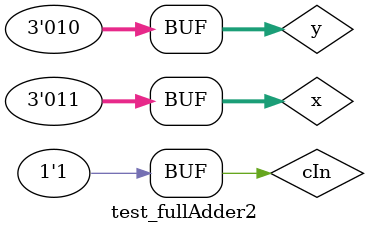
<source format=v>

module halfAdder (output saida, output carryOut, input a, input b);
	
	xor XOR1 (saida, a, b);
	and AND1 (carryOut, a, b);
	
endmodule // -- halfAdder

// ------------------------- 
// --- fullAdder
// ------------------------- 
module fullAdder (output saida, output carryOut, input a, input b, input carryIn);
	
	wire [2:0]s;
	
	halfAdder HA1 (s[0], s[1], a, b);
	halfAdder HA2 (saida, s[2], s[0], carryIn);
	
	or OR1 (carryOut, s[1], s[2]);

endmodule // -- fullAdder

// ------------------------- 
// --- fullAdder 2
// ------------------------- 
module fullAdder2 (output [2:0]saida, output carryOut, input [2:0]a, input [2:0]b, input carryIn);
	
	wire [2:0]s;
	
	fullAdder FA1 (saida[0], s[0], a[0], b[0], carryIn);
	fullAdder FA2 (saida[1], s[1], a[1], b[1], s[0]);
	fullAdder FA4 (saida[2], carryOut, a[2], b[2], s[1]);

endmodule // -- fullAdder 2

// ------------------------- 
// --- modulo de teste full adder 2
// -------------------------
module test_fullAdder2;
	
	reg  [2:0] x;
	reg  [2:0] y;
	reg  cIn;
	
	wire [2:0] z;
	wire cOut;
	
	fullAdder2 modulo (z, cOut, x, y, cIn);
	
	// --- parte principal
	initial begin
		$display("Exemplo0021 - Guia04 - Ana Cristina - 427385");
		$display("Test ALU's full adder \n");
		$display("x + y\t + carryIn\t = carryOut\t saida\n");
		
		#1 x = 3'b001; y = 3'b010; cIn = 0;
		$monitor("%3b + %3b + %b = %b %3b", x, y, cIn, cOut, z);
		
		#1 x = 3'b001; y = 3'b010; cIn = 1;
		
		#1 x = 3'b101; y = 3'b110; cIn = 0;
		#1 x = 3'b101; y = 3'b110; cIn = 1;
		
		#1 x = 3'b111; y = 3'b011; cIn = 0;
		#1 x = 3'b111; y = 3'b011; cIn = 1;
		
		#1 x = 3'b011; y = 3'b010; cIn = 0;
		#1 x = 3'b011; y = 3'b010; cIn = 1;
		
	end
	
endmodule // -- test_fullAdder2
// --- previsao de testes
// -- x + y	 + carryIn	 = carryOut	 saida
// --
// -- 001 +  010	 + 0	 = 0	  011
// -- 001 +  010	 + 1	 = 0	  100
// -- 101 +  110	 + 0	 = 1	  011
// -- 101 +  110	 + 1	 = 1	  100
// -- 111 +  011	 + 0	 = 1	  010
// -- 111 +  011	 + 1	 = 1	  011
// -- 011 +  010	 + 0	 = 0	  101
// -- 011 +  010	 + 1	 = 0	  110
</source>
